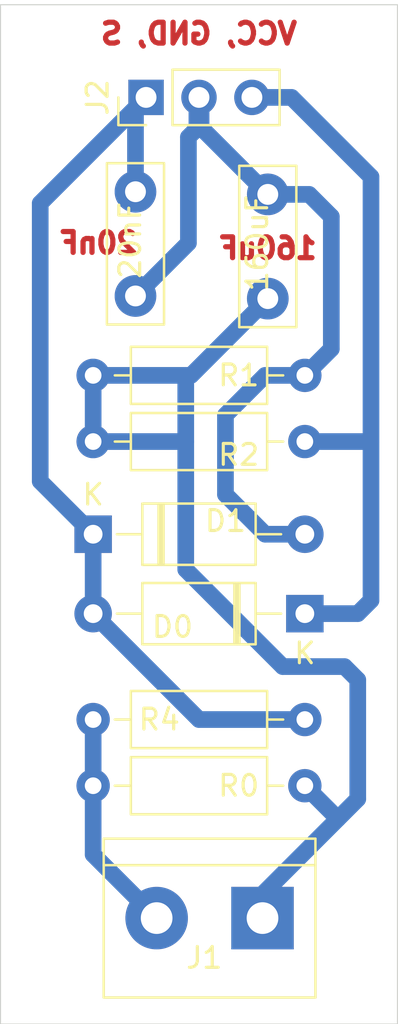
<source format=kicad_pcb>
(kicad_pcb (version 20171130) (host pcbnew "(5.1.7-0-10_14)")

  (general
    (thickness 1.6)
    (drawings 7)
    (tracks 48)
    (zones 0)
    (modules 10)
    (nets 6)
  )

  (page A4)
  (layers
    (0 F.Cu signal)
    (31 B.Cu signal)
    (32 B.Adhes user)
    (33 F.Adhes user)
    (34 B.Paste user)
    (35 F.Paste user)
    (36 B.SilkS user)
    (37 F.SilkS user)
    (38 B.Mask user)
    (39 F.Mask user)
    (40 Dwgs.User user)
    (41 Cmts.User user)
    (42 Eco1.User user)
    (43 Eco2.User user)
    (44 Edge.Cuts user)
    (45 Margin user)
    (46 B.CrtYd user)
    (47 F.CrtYd user)
    (48 B.Fab user)
    (49 F.Fab user)
  )

  (setup
    (last_trace_width 0.8)
    (trace_clearance 0.6)
    (zone_clearance 0.508)
    (zone_45_only no)
    (trace_min 0.2)
    (via_size 0.8)
    (via_drill 0.4)
    (via_min_size 0.4)
    (via_min_drill 0.3)
    (uvia_size 0.3)
    (uvia_drill 0.1)
    (uvias_allowed no)
    (uvia_min_size 0.2)
    (uvia_min_drill 0.1)
    (edge_width 0.05)
    (segment_width 0.2)
    (pcb_text_width 0.3)
    (pcb_text_size 1.5 1.5)
    (mod_edge_width 0.12)
    (mod_text_size 1 1)
    (mod_text_width 0.15)
    (pad_size 1.524 1.524)
    (pad_drill 0.762)
    (pad_to_mask_clearance 0)
    (aux_axis_origin 161.925 62.23)
    (visible_elements FFFFFF7F)
    (pcbplotparams
      (layerselection 0x01000_ffffffff)
      (usegerberextensions false)
      (usegerberattributes true)
      (usegerberadvancedattributes true)
      (creategerberjobfile true)
      (excludeedgelayer true)
      (linewidth 0.100000)
      (plotframeref false)
      (viasonmask false)
      (mode 1)
      (useauxorigin true)
      (hpglpennumber 1)
      (hpglpenspeed 20)
      (hpglpendiameter 15.000000)
      (psnegative false)
      (psa4output false)
      (plotreference true)
      (plotvalue true)
      (plotinvisibletext false)
      (padsonsilk false)
      (subtractmaskfromsilk false)
      (outputformat 1)
      (mirror false)
      (drillshape 0)
      (scaleselection 1)
      (outputdirectory ""))
  )

  (net 0 "")
  (net 1 GND)
  (net 2 /V_sense)
  (net 3 VCC)
  (net 4 "Net-(J1-Pad2)")
  (net 5 "Net-(C160uF1-Pad1)")

  (net_class Default "This is the default net class."
    (clearance 0.6)
    (trace_width 0.8)
    (via_dia 0.8)
    (via_drill 0.4)
    (uvia_dia 0.3)
    (uvia_drill 0.1)
    (add_net /V_sense)
    (add_net GND)
    (add_net "Net-(C160uF1-Pad1)")
    (add_net "Net-(J1-Pad2)")
    (add_net VCC)
  )

  (module Capacitor_THT:C_Disc_D7.5mm_W2.5mm_P5.00mm (layer F.Cu) (tedit 5AE50EF0) (tstamp 60269565)
    (at 168.402 76.2 90)
    (descr "C, Disc series, Radial, pin pitch=5.00mm, , diameter*width=7.5*2.5mm^2, Capacitor, http://www.vishay.com/docs/28535/vy2series.pdf")
    (tags "C Disc series Radial pin pitch 5.00mm  diameter 7.5mm width 2.5mm Capacitor")
    (path /60298678)
    (fp_text reference 20nF (at 2.667 -0.254 90) (layer F.SilkS)
      (effects (font (size 1 1) (thickness 0.15)))
    )
    (fp_text value C (at 2.5 2.5 90) (layer F.Fab)
      (effects (font (size 1 1) (thickness 0.15)))
    )
    (fp_text user %R (at 2.413 0.395 90) (layer F.Fab)
      (effects (font (size 1 1) (thickness 0.15)))
    )
    (fp_line (start -1.25 -1.25) (end -1.25 1.25) (layer F.Fab) (width 0.1))
    (fp_line (start -1.25 1.25) (end 6.25 1.25) (layer F.Fab) (width 0.1))
    (fp_line (start 6.25 1.25) (end 6.25 -1.25) (layer F.Fab) (width 0.1))
    (fp_line (start 6.25 -1.25) (end -1.25 -1.25) (layer F.Fab) (width 0.1))
    (fp_line (start -1.37 -1.37) (end 6.37 -1.37) (layer F.SilkS) (width 0.12))
    (fp_line (start -1.37 1.37) (end 6.37 1.37) (layer F.SilkS) (width 0.12))
    (fp_line (start -1.37 -1.37) (end -1.37 1.37) (layer F.SilkS) (width 0.12))
    (fp_line (start 6.37 -1.37) (end 6.37 1.37) (layer F.SilkS) (width 0.12))
    (fp_line (start -1.5 -1.5) (end -1.5 1.5) (layer F.CrtYd) (width 0.05))
    (fp_line (start -1.5 1.5) (end 6.5 1.5) (layer F.CrtYd) (width 0.05))
    (fp_line (start 6.5 1.5) (end 6.5 -1.5) (layer F.CrtYd) (width 0.05))
    (fp_line (start 6.5 -1.5) (end -1.5 -1.5) (layer F.CrtYd) (width 0.05))
    (pad 2 thru_hole circle (at 5 0 90) (size 2 2) (drill 1) (layers *.Cu *.Mask)
      (net 2 /V_sense))
    (pad 1 thru_hole circle (at 0 0 90) (size 2 2) (drill 1) (layers *.Cu *.Mask)
      (net 1 GND))
    (model ${KISYS3DMOD}/Capacitor_THT.3dshapes/C_Disc_D7.5mm_W2.5mm_P5.00mm.wrl
      (at (xyz 0 0 0))
      (scale (xyz 1 1 1))
      (rotate (xyz 0 0 0))
    )
  )

  (module Capacitor_THT:C_Disc_D7.5mm_W2.5mm_P5.00mm (layer F.Cu) (tedit 5AE50EF0) (tstamp 60269552)
    (at 174.752 76.327 90)
    (descr "C, Disc series, Radial, pin pitch=5.00mm, , diameter*width=7.5*2.5mm^2, Capacitor, http://www.vishay.com/docs/28535/vy2series.pdf")
    (tags "C Disc series Radial pin pitch 5.00mm  diameter 7.5mm width 2.5mm Capacitor")
    (path /60299B50)
    (fp_text reference 160uF (at 2.667 -0.508 90) (layer F.SilkS)
      (effects (font (size 1 1) (thickness 0.15)))
    )
    (fp_text value C (at 2.5 2.5 90) (layer F.Fab)
      (effects (font (size 1 1) (thickness 0.15)))
    )
    (fp_text user %R (at 2.5 0 90) (layer F.Fab)
      (effects (font (size 1 1) (thickness 0.15)))
    )
    (fp_line (start -1.25 -1.25) (end -1.25 1.25) (layer F.Fab) (width 0.1))
    (fp_line (start -1.25 1.25) (end 6.25 1.25) (layer F.Fab) (width 0.1))
    (fp_line (start 6.25 1.25) (end 6.25 -1.25) (layer F.Fab) (width 0.1))
    (fp_line (start 6.25 -1.25) (end -1.25 -1.25) (layer F.Fab) (width 0.1))
    (fp_line (start -1.37 -1.37) (end 6.37 -1.37) (layer F.SilkS) (width 0.12))
    (fp_line (start -1.37 1.37) (end 6.37 1.37) (layer F.SilkS) (width 0.12))
    (fp_line (start -1.37 -1.37) (end -1.37 1.37) (layer F.SilkS) (width 0.12))
    (fp_line (start 6.37 -1.37) (end 6.37 1.37) (layer F.SilkS) (width 0.12))
    (fp_line (start -1.5 -1.5) (end -1.5 1.5) (layer F.CrtYd) (width 0.05))
    (fp_line (start -1.5 1.5) (end 6.5 1.5) (layer F.CrtYd) (width 0.05))
    (fp_line (start 6.5 1.5) (end 6.5 -1.5) (layer F.CrtYd) (width 0.05))
    (fp_line (start 6.5 -1.5) (end -1.5 -1.5) (layer F.CrtYd) (width 0.05))
    (pad 2 thru_hole circle (at 5 0 90) (size 2 2) (drill 1) (layers *.Cu *.Mask)
      (net 1 GND))
    (pad 1 thru_hole circle (at 0 0 90) (size 2 2) (drill 1) (layers *.Cu *.Mask)
      (net 5 "Net-(C160uF1-Pad1)"))
    (model ${KISYS3DMOD}/Capacitor_THT.3dshapes/C_Disc_D7.5mm_W2.5mm_P5.00mm.wrl
      (at (xyz 0 0 0))
      (scale (xyz 1 1 1))
      (rotate (xyz 0 0 0))
    )
  )

  (module TerminalBlock:TerminalBlock_bornier-2_P5.08mm (layer F.Cu) (tedit 59FF03AB) (tstamp 601D555F)
    (at 174.498 106.045 180)
    (descr "simple 2-pin terminal block, pitch 5.08mm, revamped version of bornier2")
    (tags "terminal block bornier2")
    (path /601D7D6A)
    (fp_text reference J1 (at 2.794 -1.905) (layer F.SilkS)
      (effects (font (size 1 1) (thickness 0.15)))
    )
    (fp_text value Screw_Terminal_01x02 (at 2.032 -2.921) (layer F.Fab)
      (effects (font (size 1 1) (thickness 0.15)))
    )
    (fp_text user %R (at 2.54 0) (layer F.Fab)
      (effects (font (size 1 1) (thickness 0.15)))
    )
    (fp_line (start -2.41 2.55) (end 7.49 2.55) (layer F.Fab) (width 0.1))
    (fp_line (start -2.46 -3.75) (end -2.46 3.75) (layer F.Fab) (width 0.1))
    (fp_line (start -2.46 3.75) (end 7.54 3.75) (layer F.Fab) (width 0.1))
    (fp_line (start 7.54 3.75) (end 7.54 -3.75) (layer F.Fab) (width 0.1))
    (fp_line (start 7.54 -3.75) (end -2.46 -3.75) (layer F.Fab) (width 0.1))
    (fp_line (start 7.62 2.54) (end -2.54 2.54) (layer F.SilkS) (width 0.12))
    (fp_line (start 7.62 3.81) (end 7.62 -3.81) (layer F.SilkS) (width 0.12))
    (fp_line (start 7.62 -3.81) (end -2.54 -3.81) (layer F.SilkS) (width 0.12))
    (fp_line (start -2.54 -3.81) (end -2.54 3.81) (layer F.SilkS) (width 0.12))
    (fp_line (start -2.54 3.81) (end 7.62 3.81) (layer F.SilkS) (width 0.12))
    (fp_line (start -2.71 -4) (end 7.79 -4) (layer F.CrtYd) (width 0.05))
    (fp_line (start -2.71 -4) (end -2.71 4) (layer F.CrtYd) (width 0.05))
    (fp_line (start 7.79 4) (end 7.79 -4) (layer F.CrtYd) (width 0.05))
    (fp_line (start 7.79 4) (end -2.71 4) (layer F.CrtYd) (width 0.05))
    (pad 2 thru_hole circle (at 5.08 0 180) (size 3 3) (drill 1.52) (layers *.Cu *.Mask)
      (net 4 "Net-(J1-Pad2)"))
    (pad 1 thru_hole rect (at 0 0 180) (size 3 3) (drill 1.52) (layers *.Cu *.Mask)
      (net 5 "Net-(C160uF1-Pad1)"))
    (model ${KISYS3DMOD}/TerminalBlock.3dshapes/TerminalBlock_bornier-2_P5.08mm.wrl
      (offset (xyz 2.539999961853027 0 0))
      (scale (xyz 1 1 1))
      (rotate (xyz 0 0 0))
    )
  )

  (module Resistor_THT:R_Axial_DIN0207_L6.3mm_D2.5mm_P10.16mm_Horizontal (layer F.Cu) (tedit 5AE5139B) (tstamp 601D7F91)
    (at 166.37 96.52)
    (descr "Resistor, Axial_DIN0207 series, Axial, Horizontal, pin pitch=10.16mm, 0.25W = 1/4W, length*diameter=6.3*2.5mm^2, http://cdn-reichelt.de/documents/datenblatt/B400/1_4W%23YAG.pdf")
    (tags "Resistor Axial_DIN0207 series Axial Horizontal pin pitch 10.16mm 0.25W = 1/4W length 6.3mm diameter 2.5mm")
    (path /601EDDB7)
    (fp_text reference R4 (at 3.175 0) (layer F.SilkS)
      (effects (font (size 1 1) (thickness 0.15)))
    )
    (fp_text value R10K (at 5.715 0.635) (layer F.Fab)
      (effects (font (size 1 1) (thickness 0.15)))
    )
    (fp_text user %R (at 5.715 -0.635) (layer F.Fab)
      (effects (font (size 1 1) (thickness 0.15)))
    )
    (fp_line (start 1.93 -1.25) (end 1.93 1.25) (layer F.Fab) (width 0.1))
    (fp_line (start 1.93 1.25) (end 8.23 1.25) (layer F.Fab) (width 0.1))
    (fp_line (start 8.23 1.25) (end 8.23 -1.25) (layer F.Fab) (width 0.1))
    (fp_line (start 8.23 -1.25) (end 1.93 -1.25) (layer F.Fab) (width 0.1))
    (fp_line (start 0 0) (end 1.93 0) (layer F.Fab) (width 0.1))
    (fp_line (start 10.16 0) (end 8.23 0) (layer F.Fab) (width 0.1))
    (fp_line (start 1.81 -1.37) (end 1.81 1.37) (layer F.SilkS) (width 0.12))
    (fp_line (start 1.81 1.37) (end 8.35 1.37) (layer F.SilkS) (width 0.12))
    (fp_line (start 8.35 1.37) (end 8.35 -1.37) (layer F.SilkS) (width 0.12))
    (fp_line (start 8.35 -1.37) (end 1.81 -1.37) (layer F.SilkS) (width 0.12))
    (fp_line (start 1.04 0) (end 1.81 0) (layer F.SilkS) (width 0.12))
    (fp_line (start 9.12 0) (end 8.35 0) (layer F.SilkS) (width 0.12))
    (fp_line (start -1.05 -1.5) (end -1.05 1.5) (layer F.CrtYd) (width 0.05))
    (fp_line (start -1.05 1.5) (end 11.21 1.5) (layer F.CrtYd) (width 0.05))
    (fp_line (start 11.21 1.5) (end 11.21 -1.5) (layer F.CrtYd) (width 0.05))
    (fp_line (start 11.21 -1.5) (end -1.05 -1.5) (layer F.CrtYd) (width 0.05))
    (pad 2 thru_hole oval (at 10.16 0) (size 1.6 1.6) (drill 0.8) (layers *.Cu *.Mask)
      (net 2 /V_sense))
    (pad 1 thru_hole circle (at 0 0) (size 1.6 1.6) (drill 0.8) (layers *.Cu *.Mask)
      (net 4 "Net-(J1-Pad2)"))
    (model ${KISYS3DMOD}/Resistor_THT.3dshapes/R_Axial_DIN0207_L6.3mm_D2.5mm_P10.16mm_Horizontal.wrl
      (at (xyz 0 0 0))
      (scale (xyz 1 1 1))
      (rotate (xyz 0 0 0))
    )
  )

  (module Diode_THT:D_A-405_P10.16mm_Horizontal (layer F.Cu) (tedit 5AE50CD5) (tstamp 601D7E5C)
    (at 166.37 87.63)
    (descr "Diode, A-405 series, Axial, Horizontal, pin pitch=10.16mm, , length*diameter=5.2*2.7mm^2, , http://www.diodes.com/_files/packages/A-405.pdf")
    (tags "Diode A-405 series Axial Horizontal pin pitch 10.16mm  length 5.2mm diameter 2.7mm")
    (path /601EFCE1)
    (fp_text reference D1 (at 6.35 -0.635) (layer F.SilkS)
      (effects (font (size 1 1) (thickness 0.15)))
    )
    (fp_text value D (at 4.445 0) (layer F.Fab)
      (effects (font (size 1 1) (thickness 0.15)))
    )
    (fp_text user K (at 0 -1.9) (layer F.SilkS)
      (effects (font (size 1 1) (thickness 0.15)))
    )
    (fp_text user K (at 0 -1.9) (layer F.Fab)
      (effects (font (size 1 1) (thickness 0.15)))
    )
    (fp_line (start 2.48 -1.35) (end 2.48 1.35) (layer F.Fab) (width 0.1))
    (fp_line (start 2.48 1.35) (end 7.68 1.35) (layer F.Fab) (width 0.1))
    (fp_line (start 7.68 1.35) (end 7.68 -1.35) (layer F.Fab) (width 0.1))
    (fp_line (start 7.68 -1.35) (end 2.48 -1.35) (layer F.Fab) (width 0.1))
    (fp_line (start 0 0) (end 2.48 0) (layer F.Fab) (width 0.1))
    (fp_line (start 10.16 0) (end 7.68 0) (layer F.Fab) (width 0.1))
    (fp_line (start 3.26 -1.35) (end 3.26 1.35) (layer F.Fab) (width 0.1))
    (fp_line (start 3.36 -1.35) (end 3.36 1.35) (layer F.Fab) (width 0.1))
    (fp_line (start 3.16 -1.35) (end 3.16 1.35) (layer F.Fab) (width 0.1))
    (fp_line (start 2.36 -1.47) (end 2.36 1.47) (layer F.SilkS) (width 0.12))
    (fp_line (start 2.36 1.47) (end 7.8 1.47) (layer F.SilkS) (width 0.12))
    (fp_line (start 7.8 1.47) (end 7.8 -1.47) (layer F.SilkS) (width 0.12))
    (fp_line (start 7.8 -1.47) (end 2.36 -1.47) (layer F.SilkS) (width 0.12))
    (fp_line (start 1.14 0) (end 2.36 0) (layer F.SilkS) (width 0.12))
    (fp_line (start 9.02 0) (end 7.8 0) (layer F.SilkS) (width 0.12))
    (fp_line (start 3.26 -1.47) (end 3.26 1.47) (layer F.SilkS) (width 0.12))
    (fp_line (start 3.38 -1.47) (end 3.38 1.47) (layer F.SilkS) (width 0.12))
    (fp_line (start 3.14 -1.47) (end 3.14 1.47) (layer F.SilkS) (width 0.12))
    (fp_line (start -1.15 -1.6) (end -1.15 1.6) (layer F.CrtYd) (width 0.05))
    (fp_line (start -1.15 1.6) (end 11.31 1.6) (layer F.CrtYd) (width 0.05))
    (fp_line (start 11.31 1.6) (end 11.31 -1.6) (layer F.CrtYd) (width 0.05))
    (fp_line (start 11.31 -1.6) (end -1.15 -1.6) (layer F.CrtYd) (width 0.05))
    (pad 2 thru_hole oval (at 10.16 0) (size 1.8 1.8) (drill 0.9) (layers *.Cu *.Mask)
      (net 1 GND))
    (pad 1 thru_hole rect (at 0 0) (size 1.8 1.8) (drill 0.9) (layers *.Cu *.Mask)
      (net 2 /V_sense))
    (model ${KISYS3DMOD}/Diode_THT.3dshapes/D_A-405_P10.16mm_Horizontal.wrl
      (at (xyz 0 0 0))
      (scale (xyz 1 1 1))
      (rotate (xyz 0 0 0))
    )
  )

  (module Diode_THT:D_A-405_P10.16mm_Horizontal (layer F.Cu) (tedit 5AE50CD5) (tstamp 601D7E3D)
    (at 176.53 91.44 180)
    (descr "Diode, A-405 series, Axial, Horizontal, pin pitch=10.16mm, , length*diameter=5.2*2.7mm^2, , http://www.diodes.com/_files/packages/A-405.pdf")
    (tags "Diode A-405 series Axial Horizontal pin pitch 10.16mm  length 5.2mm diameter 2.7mm")
    (path /601EEE8C)
    (fp_text reference D0 (at 6.35 -0.635) (layer F.SilkS)
      (effects (font (size 1 1) (thickness 0.15)))
    )
    (fp_text value D (at 5.08 0.635) (layer F.Fab)
      (effects (font (size 1 1) (thickness 0.15)))
    )
    (fp_text user K (at 0 -1.9) (layer F.SilkS)
      (effects (font (size 1 1) (thickness 0.15)))
    )
    (fp_text user K (at 0 -1.9) (layer F.Fab)
      (effects (font (size 1 1) (thickness 0.15)))
    )
    (fp_line (start 2.48 -1.35) (end 2.48 1.35) (layer F.Fab) (width 0.1))
    (fp_line (start 2.48 1.35) (end 7.68 1.35) (layer F.Fab) (width 0.1))
    (fp_line (start 7.68 1.35) (end 7.68 -1.35) (layer F.Fab) (width 0.1))
    (fp_line (start 7.68 -1.35) (end 2.48 -1.35) (layer F.Fab) (width 0.1))
    (fp_line (start 0 0) (end 2.48 0) (layer F.Fab) (width 0.1))
    (fp_line (start 10.16 0) (end 7.68 0) (layer F.Fab) (width 0.1))
    (fp_line (start 3.26 -1.35) (end 3.26 1.35) (layer F.Fab) (width 0.1))
    (fp_line (start 3.36 -1.35) (end 3.36 1.35) (layer F.Fab) (width 0.1))
    (fp_line (start 3.16 -1.35) (end 3.16 1.35) (layer F.Fab) (width 0.1))
    (fp_line (start 2.36 -1.47) (end 2.36 1.47) (layer F.SilkS) (width 0.12))
    (fp_line (start 2.36 1.47) (end 7.8 1.47) (layer F.SilkS) (width 0.12))
    (fp_line (start 7.8 1.47) (end 7.8 -1.47) (layer F.SilkS) (width 0.12))
    (fp_line (start 7.8 -1.47) (end 2.36 -1.47) (layer F.SilkS) (width 0.12))
    (fp_line (start 1.14 0) (end 2.36 0) (layer F.SilkS) (width 0.12))
    (fp_line (start 9.02 0) (end 7.8 0) (layer F.SilkS) (width 0.12))
    (fp_line (start 3.26 -1.47) (end 3.26 1.47) (layer F.SilkS) (width 0.12))
    (fp_line (start 3.38 -1.47) (end 3.38 1.47) (layer F.SilkS) (width 0.12))
    (fp_line (start 3.14 -1.47) (end 3.14 1.47) (layer F.SilkS) (width 0.12))
    (fp_line (start -1.15 -1.6) (end -1.15 1.6) (layer F.CrtYd) (width 0.05))
    (fp_line (start -1.15 1.6) (end 11.31 1.6) (layer F.CrtYd) (width 0.05))
    (fp_line (start 11.31 1.6) (end 11.31 -1.6) (layer F.CrtYd) (width 0.05))
    (fp_line (start 11.31 -1.6) (end -1.15 -1.6) (layer F.CrtYd) (width 0.05))
    (pad 2 thru_hole oval (at 10.16 0 180) (size 1.8 1.8) (drill 0.9) (layers *.Cu *.Mask)
      (net 2 /V_sense))
    (pad 1 thru_hole rect (at 0 0 180) (size 1.8 1.8) (drill 0.9) (layers *.Cu *.Mask)
      (net 3 VCC))
    (model ${KISYS3DMOD}/Diode_THT.3dshapes/D_A-405_P10.16mm_Horizontal.wrl
      (at (xyz 0 0 0))
      (scale (xyz 1 1 1))
      (rotate (xyz 0 0 0))
    )
  )

  (module Resistor_THT:R_Axial_DIN0207_L6.3mm_D2.5mm_P10.16mm_Horizontal (layer F.Cu) (tedit 5AE5139B) (tstamp 601D55BB)
    (at 176.53 83.185 180)
    (descr "Resistor, Axial_DIN0207 series, Axial, Horizontal, pin pitch=10.16mm, 0.25W = 1/4W, length*diameter=6.3*2.5mm^2, http://cdn-reichelt.de/documents/datenblatt/B400/1_4W%23YAG.pdf")
    (tags "Resistor Axial_DIN0207 series Axial Horizontal pin pitch 10.16mm 0.25W = 1/4W length 6.3mm diameter 2.5mm")
    (path /601BEE46)
    (fp_text reference R2 (at 3.175 -0.635) (layer F.SilkS)
      (effects (font (size 1 1) (thickness 0.15)))
    )
    (fp_text value R100k (at 5.715 0.635) (layer F.Fab)
      (effects (font (size 1 1) (thickness 0.15)))
    )
    (fp_text user %R (at 6.35 -0.635) (layer F.Fab)
      (effects (font (size 1 1) (thickness 0.15)))
    )
    (fp_line (start 1.93 -1.25) (end 1.93 1.25) (layer F.Fab) (width 0.1))
    (fp_line (start 1.93 1.25) (end 8.23 1.25) (layer F.Fab) (width 0.1))
    (fp_line (start 8.23 1.25) (end 8.23 -1.25) (layer F.Fab) (width 0.1))
    (fp_line (start 8.23 -1.25) (end 1.93 -1.25) (layer F.Fab) (width 0.1))
    (fp_line (start 0 0) (end 1.93 0) (layer F.Fab) (width 0.1))
    (fp_line (start 10.16 0) (end 8.23 0) (layer F.Fab) (width 0.1))
    (fp_line (start 1.81 -1.37) (end 1.81 1.37) (layer F.SilkS) (width 0.12))
    (fp_line (start 1.81 1.37) (end 8.35 1.37) (layer F.SilkS) (width 0.12))
    (fp_line (start 8.35 1.37) (end 8.35 -1.37) (layer F.SilkS) (width 0.12))
    (fp_line (start 8.35 -1.37) (end 1.81 -1.37) (layer F.SilkS) (width 0.12))
    (fp_line (start 1.04 0) (end 1.81 0) (layer F.SilkS) (width 0.12))
    (fp_line (start 9.12 0) (end 8.35 0) (layer F.SilkS) (width 0.12))
    (fp_line (start -1.05 -1.5) (end -1.05 1.5) (layer F.CrtYd) (width 0.05))
    (fp_line (start -1.05 1.5) (end 11.21 1.5) (layer F.CrtYd) (width 0.05))
    (fp_line (start 11.21 1.5) (end 11.21 -1.5) (layer F.CrtYd) (width 0.05))
    (fp_line (start 11.21 -1.5) (end -1.05 -1.5) (layer F.CrtYd) (width 0.05))
    (pad 2 thru_hole oval (at 10.16 0 180) (size 1.6 1.6) (drill 0.8) (layers *.Cu *.Mask)
      (net 5 "Net-(C160uF1-Pad1)"))
    (pad 1 thru_hole circle (at 0 0 180) (size 1.6 1.6) (drill 0.8) (layers *.Cu *.Mask)
      (net 3 VCC))
    (model ${KISYS3DMOD}/Resistor_THT.3dshapes/R_Axial_DIN0207_L6.3mm_D2.5mm_P10.16mm_Horizontal.wrl
      (at (xyz 0 0 0))
      (scale (xyz 1 1 1))
      (rotate (xyz 0 0 0))
    )
  )

  (module Resistor_THT:R_Axial_DIN0207_L6.3mm_D2.5mm_P10.16mm_Horizontal (layer F.Cu) (tedit 5AE5139B) (tstamp 601D55A4)
    (at 166.37 80.01)
    (descr "Resistor, Axial_DIN0207 series, Axial, Horizontal, pin pitch=10.16mm, 0.25W = 1/4W, length*diameter=6.3*2.5mm^2, http://cdn-reichelt.de/documents/datenblatt/B400/1_4W%23YAG.pdf")
    (tags "Resistor Axial_DIN0207 series Axial Horizontal pin pitch 10.16mm 0.25W = 1/4W length 6.3mm diameter 2.5mm")
    (path /601BF030)
    (fp_text reference R1 (at 6.985 0) (layer F.SilkS)
      (effects (font (size 1 1) (thickness 0.15)))
    )
    (fp_text value R100k (at 4.445 0.635) (layer F.Fab)
      (effects (font (size 1 1) (thickness 0.15)))
    )
    (fp_text user %R (at 3.175 -0.635) (layer F.Fab)
      (effects (font (size 1 1) (thickness 0.15)))
    )
    (fp_line (start 1.93 -1.25) (end 1.93 1.25) (layer F.Fab) (width 0.1))
    (fp_line (start 1.93 1.25) (end 8.23 1.25) (layer F.Fab) (width 0.1))
    (fp_line (start 8.23 1.25) (end 8.23 -1.25) (layer F.Fab) (width 0.1))
    (fp_line (start 8.23 -1.25) (end 1.93 -1.25) (layer F.Fab) (width 0.1))
    (fp_line (start 0 0) (end 1.93 0) (layer F.Fab) (width 0.1))
    (fp_line (start 10.16 0) (end 8.23 0) (layer F.Fab) (width 0.1))
    (fp_line (start 1.81 -1.37) (end 1.81 1.37) (layer F.SilkS) (width 0.12))
    (fp_line (start 1.81 1.37) (end 8.35 1.37) (layer F.SilkS) (width 0.12))
    (fp_line (start 8.35 1.37) (end 8.35 -1.37) (layer F.SilkS) (width 0.12))
    (fp_line (start 8.35 -1.37) (end 1.81 -1.37) (layer F.SilkS) (width 0.12))
    (fp_line (start 1.04 0) (end 1.81 0) (layer F.SilkS) (width 0.12))
    (fp_line (start 9.12 0) (end 8.35 0) (layer F.SilkS) (width 0.12))
    (fp_line (start -1.05 -1.5) (end -1.05 1.5) (layer F.CrtYd) (width 0.05))
    (fp_line (start -1.05 1.5) (end 11.21 1.5) (layer F.CrtYd) (width 0.05))
    (fp_line (start 11.21 1.5) (end 11.21 -1.5) (layer F.CrtYd) (width 0.05))
    (fp_line (start 11.21 -1.5) (end -1.05 -1.5) (layer F.CrtYd) (width 0.05))
    (pad 2 thru_hole oval (at 10.16 0) (size 1.6 1.6) (drill 0.8) (layers *.Cu *.Mask)
      (net 1 GND))
    (pad 1 thru_hole circle (at 0 0) (size 1.6 1.6) (drill 0.8) (layers *.Cu *.Mask)
      (net 5 "Net-(C160uF1-Pad1)"))
    (model ${KISYS3DMOD}/Resistor_THT.3dshapes/R_Axial_DIN0207_L6.3mm_D2.5mm_P10.16mm_Horizontal.wrl
      (at (xyz 0 0 0))
      (scale (xyz 1 1 1))
      (rotate (xyz 0 0 0))
    )
  )

  (module Resistor_THT:R_Axial_DIN0207_L6.3mm_D2.5mm_P10.16mm_Horizontal (layer F.Cu) (tedit 5AE5139B) (tstamp 601D558D)
    (at 166.37 99.695)
    (descr "Resistor, Axial_DIN0207 series, Axial, Horizontal, pin pitch=10.16mm, 0.25W = 1/4W, length*diameter=6.3*2.5mm^2, http://cdn-reichelt.de/documents/datenblatt/B400/1_4W%23YAG.pdf")
    (tags "Resistor Axial_DIN0207 series Axial Horizontal pin pitch 10.16mm 0.25W = 1/4W length 6.3mm diameter 2.5mm")
    (path /601C053C)
    (fp_text reference R0 (at 6.985 0) (layer F.SilkS)
      (effects (font (size 1 1) (thickness 0.15)))
    )
    (fp_text value R330 (at 3.81 -0.635) (layer F.Fab)
      (effects (font (size 1 1) (thickness 0.15)))
    )
    (fp_text user %R (at 4.445 0.635) (layer F.Fab)
      (effects (font (size 1 1) (thickness 0.15)))
    )
    (fp_line (start 1.93 -1.25) (end 1.93 1.25) (layer F.Fab) (width 0.1))
    (fp_line (start 1.93 1.25) (end 8.23 1.25) (layer F.Fab) (width 0.1))
    (fp_line (start 8.23 1.25) (end 8.23 -1.25) (layer F.Fab) (width 0.1))
    (fp_line (start 8.23 -1.25) (end 1.93 -1.25) (layer F.Fab) (width 0.1))
    (fp_line (start 0 0) (end 1.93 0) (layer F.Fab) (width 0.1))
    (fp_line (start 10.16 0) (end 8.23 0) (layer F.Fab) (width 0.1))
    (fp_line (start 1.81 -1.37) (end 1.81 1.37) (layer F.SilkS) (width 0.12))
    (fp_line (start 1.81 1.37) (end 8.35 1.37) (layer F.SilkS) (width 0.12))
    (fp_line (start 8.35 1.37) (end 8.35 -1.37) (layer F.SilkS) (width 0.12))
    (fp_line (start 8.35 -1.37) (end 1.81 -1.37) (layer F.SilkS) (width 0.12))
    (fp_line (start 1.04 0) (end 1.81 0) (layer F.SilkS) (width 0.12))
    (fp_line (start 9.12 0) (end 8.35 0) (layer F.SilkS) (width 0.12))
    (fp_line (start -1.05 -1.5) (end -1.05 1.5) (layer F.CrtYd) (width 0.05))
    (fp_line (start -1.05 1.5) (end 11.21 1.5) (layer F.CrtYd) (width 0.05))
    (fp_line (start 11.21 1.5) (end 11.21 -1.5) (layer F.CrtYd) (width 0.05))
    (fp_line (start 11.21 -1.5) (end -1.05 -1.5) (layer F.CrtYd) (width 0.05))
    (pad 2 thru_hole oval (at 10.16 0) (size 1.6 1.6) (drill 0.8) (layers *.Cu *.Mask)
      (net 5 "Net-(C160uF1-Pad1)"))
    (pad 1 thru_hole circle (at 0 0) (size 1.6 1.6) (drill 0.8) (layers *.Cu *.Mask)
      (net 4 "Net-(J1-Pad2)"))
    (model ${KISYS3DMOD}/Resistor_THT.3dshapes/R_Axial_DIN0207_L6.3mm_D2.5mm_P10.16mm_Horizontal.wrl
      (at (xyz 0 0 0))
      (scale (xyz 1 1 1))
      (rotate (xyz 0 0 0))
    )
  )

  (module Connector_PinHeader_2.54mm:PinHeader_1x03_P2.54mm_Vertical (layer F.Cu) (tedit 59FED5CC) (tstamp 601D5576)
    (at 168.91 66.675 90)
    (descr "Through hole straight pin header, 1x03, 2.54mm pitch, single row")
    (tags "Through hole pin header THT 1x03 2.54mm single row")
    (path /601D0F72)
    (fp_text reference J2 (at 0 -2.33 90) (layer F.SilkS)
      (effects (font (size 1 1) (thickness 0.15)))
    )
    (fp_text value Conn_01x03 (at 0 7.41 90) (layer F.Fab)
      (effects (font (size 1 1) (thickness 0.15)))
    )
    (fp_text user %R (at 0 2.54) (layer F.Fab)
      (effects (font (size 1 1) (thickness 0.15)))
    )
    (fp_line (start -0.635 -1.27) (end 1.27 -1.27) (layer F.Fab) (width 0.1))
    (fp_line (start 1.27 -1.27) (end 1.27 6.35) (layer F.Fab) (width 0.1))
    (fp_line (start 1.27 6.35) (end -1.27 6.35) (layer F.Fab) (width 0.1))
    (fp_line (start -1.27 6.35) (end -1.27 -0.635) (layer F.Fab) (width 0.1))
    (fp_line (start -1.27 -0.635) (end -0.635 -1.27) (layer F.Fab) (width 0.1))
    (fp_line (start -1.33 6.41) (end 1.33 6.41) (layer F.SilkS) (width 0.12))
    (fp_line (start -1.33 1.27) (end -1.33 6.41) (layer F.SilkS) (width 0.12))
    (fp_line (start 1.33 1.27) (end 1.33 6.41) (layer F.SilkS) (width 0.12))
    (fp_line (start -1.33 1.27) (end 1.33 1.27) (layer F.SilkS) (width 0.12))
    (fp_line (start -1.33 0) (end -1.33 -1.33) (layer F.SilkS) (width 0.12))
    (fp_line (start -1.33 -1.33) (end 0 -1.33) (layer F.SilkS) (width 0.12))
    (fp_line (start -1.8 -1.8) (end -1.8 6.85) (layer F.CrtYd) (width 0.05))
    (fp_line (start -1.8 6.85) (end 1.8 6.85) (layer F.CrtYd) (width 0.05))
    (fp_line (start 1.8 6.85) (end 1.8 -1.8) (layer F.CrtYd) (width 0.05))
    (fp_line (start 1.8 -1.8) (end -1.8 -1.8) (layer F.CrtYd) (width 0.05))
    (pad 3 thru_hole oval (at 0 5.08 90) (size 1.7 1.7) (drill 1) (layers *.Cu *.Mask)
      (net 3 VCC))
    (pad 2 thru_hole oval (at 0 2.54 90) (size 1.7 1.7) (drill 1) (layers *.Cu *.Mask)
      (net 1 GND))
    (pad 1 thru_hole rect (at 0 0 90) (size 1.7 1.7) (drill 1) (layers *.Cu *.Mask)
      (net 2 /V_sense))
    (model ${KISYS3DMOD}/Connector_PinHeader_2.54mm.3dshapes/PinHeader_1x03_P2.54mm_Vertical.wrl
      (at (xyz 0 0 0))
      (scale (xyz 1 1 1))
      (rotate (xyz 0 0 0))
    )
  )

  (gr_text 160uF (at 174.752 73.914) (layer F.Cu)
    (effects (font (size 1 1) (thickness 0.25)) (justify mirror))
  )
  (gr_text 20nF (at 166.624 73.66) (layer F.Cu)
    (effects (font (size 1 1) (thickness 0.25)) (justify mirror))
  )
  (gr_text "VCC, GND, S" (at 171.444123 63.61848) (layer F.Cu)
    (effects (font (size 1 1) (thickness 0.25)) (justify mirror))
  )
  (gr_line (start 180.975 62.23) (end 161.925 62.23) (layer Edge.Cuts) (width 0.05) (tstamp 60213E09))
  (gr_line (start 180.975 111.125) (end 180.975 62.23) (layer Edge.Cuts) (width 0.05))
  (gr_line (start 161.925 111.125) (end 180.975 111.125) (layer Edge.Cuts) (width 0.05))
  (gr_line (start 161.925 62.23) (end 161.925 111.125) (layer Edge.Cuts) (width 0.05))

  (segment (start 176.53 87.63) (end 174.625 87.63) (width 0.8) (layer B.Cu) (net 1))
  (segment (start 174.625 87.63) (end 172.72 85.725) (width 0.8) (layer B.Cu) (net 1))
  (segment (start 172.72 85.725) (end 172.72 81.915) (width 0.8) (layer B.Cu) (net 1))
  (segment (start 174.625 80.01) (end 176.53 80.01) (width 0.8) (layer B.Cu) (net 1))
  (segment (start 172.72 81.915) (end 174.625 80.01) (width 0.8) (layer B.Cu) (net 1))
  (segment (start 171.497 68.072) (end 171.45 68.072) (width 0.8) (layer B.Cu) (net 1))
  (segment (start 174.752 71.327) (end 171.497 68.072) (width 0.8) (layer B.Cu) (net 1))
  (segment (start 171.45 68.072) (end 171.45 66.675) (width 1) (layer B.Cu) (net 1))
  (segment (start 177.8 72.39) (end 176.737 71.327) (width 0.8) (layer B.Cu) (net 1))
  (segment (start 177.8 78.74) (end 177.8 72.39) (width 0.8) (layer B.Cu) (net 1))
  (segment (start 176.737 71.327) (end 174.752 71.327) (width 0.8) (layer B.Cu) (net 1))
  (segment (start 176.53 80.01) (end 177.8 78.74) (width 0.8) (layer B.Cu) (net 1))
  (segment (start 168.402 76.2) (end 170.942 73.66) (width 0.8) (layer B.Cu) (net 1))
  (segment (start 170.942 68.58) (end 171.45 68.072) (width 0.8) (layer B.Cu) (net 1))
  (segment (start 170.942 73.66) (end 170.942 68.58) (width 0.8) (layer B.Cu) (net 1))
  (segment (start 170.815 80.01) (end 166.37 80.01) (width 0.8) (layer B.Cu) (net 5))
  (segment (start 166.37 80.01) (end 166.37 83.185) (width 0.8) (layer B.Cu) (net 5))
  (segment (start 166.37 83.185) (end 170.815 83.185) (width 0.8) (layer B.Cu) (net 5))
  (segment (start 175.469998 93.98) (end 178.435 93.98) (width 0.8) (layer B.Cu) (net 5))
  (segment (start 179.07 94.615) (end 179.07 100.33) (width 0.8) (layer B.Cu) (net 5))
  (segment (start 178.435 93.98) (end 179.07 94.615) (width 0.8) (layer B.Cu) (net 5))
  (segment (start 170.815 89.325002) (end 175.469998 93.98) (width 0.8) (layer B.Cu) (net 5))
  (segment (start 170.815 80.01) (end 170.815 89.325002) (width 0.8) (layer B.Cu) (net 5))
  (segment (start 176.53 99.695) (end 178.1175 101.2825) (width 0.8) (layer B.Cu) (net 5))
  (segment (start 179.07 100.33) (end 178.1175 101.2825) (width 0.8) (layer B.Cu) (net 5))
  (segment (start 174.498 104.902) (end 178.1175 101.2825) (width 0.8) (layer B.Cu) (net 5))
  (segment (start 174.498 106.045) (end 174.498 104.902) (width 0.8) (layer B.Cu) (net 5))
  (segment (start 166.37 91.44) (end 166.37 87.63) (width 0.8) (layer B.Cu) (net 2))
  (segment (start 167.64 67.945) (end 168.91 66.675) (width 0.8) (layer B.Cu) (net 2))
  (segment (start 163.83 85.09) (end 166.37 87.63) (width 0.8) (layer B.Cu) (net 2))
  (segment (start 163.83 71.755) (end 163.83 85.09) (width 0.8) (layer B.Cu) (net 2))
  (segment (start 167.64 67.945) (end 163.83 71.755) (width 0.8) (layer B.Cu) (net 2))
  (segment (start 171.45 96.52) (end 176.53 96.52) (width 0.8) (layer B.Cu) (net 2))
  (segment (start 166.37 91.44) (end 171.45 96.52) (width 0.8) (layer B.Cu) (net 2))
  (segment (start 168.402 67.183) (end 168.91 66.675) (width 0.8) (layer B.Cu) (net 2))
  (segment (start 168.402 71.2) (end 168.402 67.183) (width 0.8) (layer B.Cu) (net 2))
  (segment (start 179.705 70.485) (end 179.705 83.185) (width 0.8) (layer B.Cu) (net 3))
  (segment (start 175.895 66.675) (end 179.705 70.485) (width 0.8) (layer B.Cu) (net 3))
  (segment (start 173.99 66.675) (end 175.895 66.675) (width 0.8) (layer B.Cu) (net 3))
  (segment (start 179.07 91.44) (end 176.53 91.44) (width 0.8) (layer B.Cu) (net 3))
  (segment (start 179.705 90.805) (end 179.07 91.44) (width 0.8) (layer B.Cu) (net 3))
  (segment (start 179.705 83.185) (end 179.705 90.805) (width 0.8) (layer B.Cu) (net 3))
  (segment (start 176.53 83.185) (end 179.705 83.185) (width 0.8) (layer B.Cu) (net 3))
  (segment (start 166.37 96.52) (end 166.37 99.695) (width 0.8) (layer B.Cu) (net 4))
  (segment (start 166.37 102.997) (end 169.418 106.045) (width 0.8) (layer B.Cu) (net 4))
  (segment (start 166.37 99.695) (end 166.37 102.997) (width 0.8) (layer B.Cu) (net 4))
  (segment (start 171.069 80.01) (end 174.752 76.327) (width 0.8) (layer B.Cu) (net 5))
  (segment (start 170.815 80.01) (end 171.069 80.01) (width 0.8) (layer B.Cu) (net 5))

)

</source>
